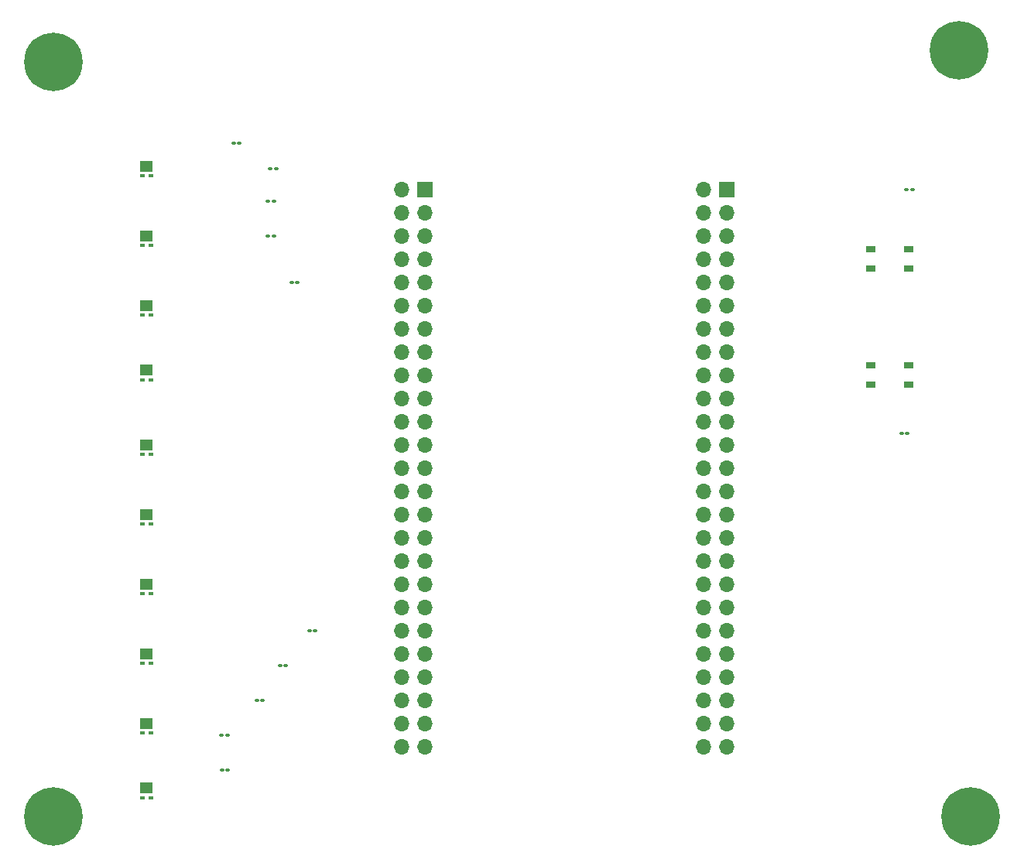
<source format=gbr>
%TF.GenerationSoftware,KiCad,Pcbnew,(7.0.0)*%
%TF.CreationDate,2023-05-31T23:53:27-06:00*%
%TF.ProjectId,Final Project - Shield (2),46696e61-6c20-4507-926f-6a656374202d,rev?*%
%TF.SameCoordinates,Original*%
%TF.FileFunction,Soldermask,Top*%
%TF.FilePolarity,Negative*%
%FSLAX46Y46*%
G04 Gerber Fmt 4.6, Leading zero omitted, Abs format (unit mm)*
G04 Created by KiCad (PCBNEW (7.0.0)) date 2023-05-31 23:53:27*
%MOMM*%
%LPD*%
G01*
G04 APERTURE LIST*
G04 Aperture macros list*
%AMRoundRect*
0 Rectangle with rounded corners*
0 $1 Rounding radius*
0 $2 $3 $4 $5 $6 $7 $8 $9 X,Y pos of 4 corners*
0 Add a 4 corners polygon primitive as box body*
4,1,4,$2,$3,$4,$5,$6,$7,$8,$9,$2,$3,0*
0 Add four circle primitives for the rounded corners*
1,1,$1+$1,$2,$3*
1,1,$1+$1,$4,$5*
1,1,$1+$1,$6,$7*
1,1,$1+$1,$8,$9*
0 Add four rect primitives between the rounded corners*
20,1,$1+$1,$2,$3,$4,$5,0*
20,1,$1+$1,$4,$5,$6,$7,0*
20,1,$1+$1,$6,$7,$8,$9,0*
20,1,$1+$1,$8,$9,$2,$3,0*%
G04 Aperture macros list end*
%ADD10R,0.550000X0.380000*%
%ADD11R,1.400000X1.200000*%
%ADD12RoundRect,0.100000X0.130000X0.100000X-0.130000X0.100000X-0.130000X-0.100000X0.130000X-0.100000X0*%
%ADD13R,1.050000X0.650000*%
%ADD14C,6.400000*%
%ADD15RoundRect,0.100000X-0.130000X-0.100000X0.130000X-0.100000X0.130000X0.100000X-0.130000X0.100000X0*%
%ADD16R,1.700000X1.700000*%
%ADD17O,1.700000X1.700000*%
G04 APERTURE END LIST*
D10*
%TO.C,D8*%
X102049999Y-120419999D03*
X101149999Y-120419999D03*
D11*
X101599999Y-119379999D03*
%TD*%
D12*
%TO.C,R4*%
X115545000Y-73660000D03*
X114905000Y-73660000D03*
%TD*%
D10*
%TO.C,D10*%
X102049999Y-135139999D03*
X101149999Y-135139999D03*
D11*
X101599999Y-134099999D03*
%TD*%
D13*
%TO.C,SW1*%
X180804999Y-75124999D03*
X184954999Y-75124999D03*
X180804999Y-77274999D03*
X184954999Y-77274999D03*
%TD*%
D12*
%TO.C,R10*%
X110490000Y-132080000D03*
X109850000Y-132080000D03*
%TD*%
D14*
%TO.C,H2*%
X190500000Y-53340000D03*
%TD*%
D15*
%TO.C,R11*%
X184175000Y-95250000D03*
X184815000Y-95250000D03*
%TD*%
D12*
%TO.C,R8*%
X114300000Y-124460000D03*
X113660000Y-124460000D03*
%TD*%
D10*
%TO.C,D7*%
X102049999Y-112799999D03*
X101149999Y-112799999D03*
D11*
X101599999Y-111759999D03*
%TD*%
D12*
%TO.C,R6*%
X120045000Y-116840000D03*
X119405000Y-116840000D03*
%TD*%
%TO.C,R12*%
X111760000Y-63500000D03*
X111120000Y-63500000D03*
%TD*%
D16*
%TO.C,J1*%
X132079999Y-68579999D03*
D17*
X129539999Y-68579999D03*
X132079999Y-71119999D03*
X129539999Y-71119999D03*
X132079999Y-73659999D03*
X129539999Y-73659999D03*
X132079999Y-76199999D03*
X129539999Y-76199999D03*
X132079999Y-78739999D03*
X129539999Y-78739999D03*
X132079999Y-81279999D03*
X129539999Y-81279999D03*
X132079999Y-83819999D03*
X129539999Y-83819999D03*
X132079999Y-86359999D03*
X129539999Y-86359999D03*
X132079999Y-88899999D03*
X129539999Y-88899999D03*
X132079999Y-91439999D03*
X129539999Y-91439999D03*
X132079999Y-93979999D03*
X129539999Y-93979999D03*
X132079999Y-96519999D03*
X129539999Y-96519999D03*
X132079999Y-99059999D03*
X129539999Y-99059999D03*
X132079999Y-101599999D03*
X129539999Y-101599999D03*
X132079999Y-104139999D03*
X129539999Y-104139999D03*
X132079999Y-106679999D03*
X129539999Y-106679999D03*
X132079999Y-109219999D03*
X129539999Y-109219999D03*
X132079999Y-111759999D03*
X129539999Y-111759999D03*
X132079999Y-114299999D03*
X129539999Y-114299999D03*
X132079999Y-116839999D03*
X129539999Y-116839999D03*
X132079999Y-119379999D03*
X129539999Y-119379999D03*
X132079999Y-121919999D03*
X129539999Y-121919999D03*
X132079999Y-124459999D03*
X129539999Y-124459999D03*
X132079999Y-126999999D03*
X129539999Y-126999999D03*
X132079999Y-129539999D03*
X129539999Y-129539999D03*
%TD*%
D12*
%TO.C,R2*%
X115785000Y-66302765D03*
X115145000Y-66302765D03*
%TD*%
D13*
%TO.C,SW2*%
X184954999Y-89974999D03*
X180804999Y-89974999D03*
X184954999Y-87824999D03*
X180804999Y-87824999D03*
%TD*%
D14*
%TO.C,H4*%
X191770000Y-137160000D03*
%TD*%
D10*
%TO.C,D2*%
X102049999Y-74699999D03*
X101149999Y-74699999D03*
D11*
X101599999Y-73659999D03*
%TD*%
D15*
%TO.C,R1*%
X184755000Y-68580000D03*
X185395000Y-68580000D03*
%TD*%
D12*
%TO.C,R3*%
X115545000Y-69850000D03*
X114905000Y-69850000D03*
%TD*%
D10*
%TO.C,D1*%
X102049999Y-67079999D03*
X101149999Y-67079999D03*
D11*
X101599999Y-66039999D03*
%TD*%
D14*
%TO.C,H1*%
X91440000Y-54610000D03*
%TD*%
D10*
%TO.C,D9*%
X102049999Y-128039999D03*
X101149999Y-128039999D03*
D11*
X101599999Y-126999999D03*
%TD*%
D10*
%TO.C,D6*%
X102049999Y-105179999D03*
X101149999Y-105179999D03*
D11*
X101599999Y-104139999D03*
%TD*%
D16*
%TO.C,J2*%
X165099999Y-68579999D03*
D17*
X162559999Y-68579999D03*
X165099999Y-71119999D03*
X162559999Y-71119999D03*
X165099999Y-73659999D03*
X162559999Y-73659999D03*
X165099999Y-76199999D03*
X162559999Y-76199999D03*
X165099999Y-78739999D03*
X162559999Y-78739999D03*
X165099999Y-81279999D03*
X162559999Y-81279999D03*
X165099999Y-83819999D03*
X162559999Y-83819999D03*
X165099999Y-86359999D03*
X162559999Y-86359999D03*
X165099999Y-88899999D03*
X162559999Y-88899999D03*
X165099999Y-91439999D03*
X162559999Y-91439999D03*
X165099999Y-93979999D03*
X162559999Y-93979999D03*
X165099999Y-96519999D03*
X162559999Y-96519999D03*
X165099999Y-99059999D03*
X162559999Y-99059999D03*
X165099999Y-101599999D03*
X162559999Y-101599999D03*
X165099999Y-104139999D03*
X162559999Y-104139999D03*
X165099999Y-106679999D03*
X162559999Y-106679999D03*
X165099999Y-109219999D03*
X162559999Y-109219999D03*
X165099999Y-111759999D03*
X162559999Y-111759999D03*
X165099999Y-114299999D03*
X162559999Y-114299999D03*
X165099999Y-116839999D03*
X162559999Y-116839999D03*
X165099999Y-119379999D03*
X162559999Y-119379999D03*
X165099999Y-121919999D03*
X162559999Y-121919999D03*
X165099999Y-124459999D03*
X162559999Y-124459999D03*
X165099999Y-126999999D03*
X162559999Y-126999999D03*
X165099999Y-129539999D03*
X162559999Y-129539999D03*
%TD*%
D10*
%TO.C,D3*%
X102049999Y-82319999D03*
X101149999Y-82319999D03*
D11*
X101599999Y-81279999D03*
%TD*%
D12*
%TO.C,R7*%
X116840000Y-120650000D03*
X116200000Y-120650000D03*
%TD*%
D10*
%TO.C,D4*%
X102049999Y-89419999D03*
X101149999Y-89419999D03*
D11*
X101599999Y-88379999D03*
%TD*%
D14*
%TO.C,H3*%
X91440000Y-137160000D03*
%TD*%
D10*
%TO.C,D5*%
X102049999Y-97559999D03*
X101149999Y-97559999D03*
D11*
X101599999Y-96519999D03*
%TD*%
D12*
%TO.C,R9*%
X110465000Y-128270000D03*
X109825000Y-128270000D03*
%TD*%
%TO.C,R5*%
X118110000Y-78740000D03*
X117470000Y-78740000D03*
%TD*%
M02*

</source>
